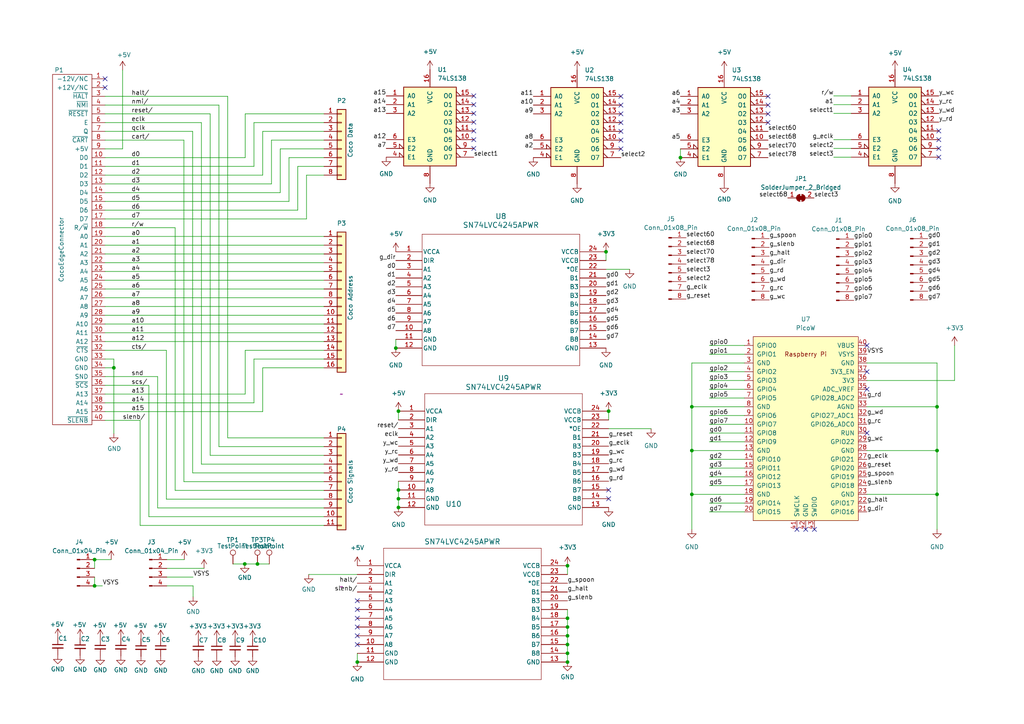
<source format=kicad_sch>
(kicad_sch (version 20230121) (generator eeschema)
  (paper "A4")
  (title_block (title "COPICO Bonobo") (date "2025-01-02") (rev "2.2") (company "github strickyak copico-bonobo") (comment 1 "Henry Strickland") (comment 2 "Thomas Shanks"))
  (lib_symbols
    (symbol "2024-12-31_21-13-00:SN74LVC4245APWR" (pin_names (offset 0.254))
      (property "Reference" "U" (at 30.48 10.16 0))
      (property "Value" "SN74LVC4245APWR" (at 30.48 7.62 0))
      (symbol "SN74LVC4245APWR_0_1"
        (pin power_in line (at 0 0 0) (length 7.62) (name "VCCA") (number "1"))
        (pin bidirectional line (at 0 -22.86 0) (length 7.62) (name "A8") (number "10"))
        (pin power_in line (at 0 -25.4 0) (length 7.62) (name "GND") (number "11"))
        (pin power_in line (at 0 -27.94 0) (length 7.62) (name "GND") (number "12"))
        (pin power_in line (at 60.96 -27.94 180) (length 7.62) (name "GND") (number "13"))
        (pin bidirectional line (at 60.96 -25.4 180) (length 7.62) (name "B8") (number "14"))
        (pin bidirectional line (at 60.96 -22.86 180) (length 7.62) (name "B7") (number "15"))
        (pin bidirectional line (at 60.96 -20.32 180) (length 7.62) (name "B6") (number "16"))
        (pin bidirectional line (at 60.96 -17.78 180) (length 7.62) (name "B5") (number "17"))
        (pin bidirectional line (at 60.96 -15.24 180) (length 7.62) (name "B4") (number "18"))
        (pin bidirectional line (at 60.96 -12.7 180) (length 7.62) (name "B3") (number "19"))
        (pin input line (at 0 -2.54 0) (length 7.62) (name "DIR") (number "2"))
        (pin bidirectional line (at 60.96 -10.16 180) (length 7.62) (name "B3") (number "20"))
        (pin bidirectional line (at 60.96 -7.62 180) (length 7.62) (name "B1") (number "21"))
        (pin input line (at 60.96 -5.08 180) (length 7.62) (name "*OE") (number "22"))
        (pin power_in line (at 60.96 -2.54 180) (length 7.62) (name "VCCB") (number "23"))
        (pin power_in line (at 60.96 0 180) (length 7.62) (name "VCCB") (number "24"))
        (pin bidirectional line (at 0 -5.08 0) (length 7.62) (name "A1") (number "3"))
        (pin bidirectional line (at 0 -7.62 0) (length 7.62) (name "A2") (number "4"))
        (pin bidirectional line (at 0 -10.16 0) (length 7.62) (name "A3") (number "5"))
        (pin bidirectional line (at 0 -12.7 0) (length 7.62) (name "A4") (number "6"))
        (pin bidirectional line (at 0 -15.24 0) (length 7.62) (name "A5") (number "7"))
        (pin bidirectional line (at 0 -17.78 0) (length 7.62) (name "A6") (number "8"))
        (pin bidirectional line (at 0 -20.32 0) (length 7.62) (name "A7") (number "9"))
      )
    )
    (symbol "74xx:74LS138" (pin_names (offset 1.016))
      (property "Reference" "U" (at -7.62 11.43 0))
      (property "Value" "74LS138" (at -7.62 -13.97 0))
      (symbol "74LS138_1_0"
        (pin input line (at -12.7 7.62 0) (length 5.08) (name "A0") (number "1"))
        (pin output output_low (at 12.7 -5.08 180) (length 5.08) (name "O5") (number "10"))
        (pin output output_low (at 12.7 -2.54 180) (length 5.08) (name "O4") (number "11"))
        (pin output output_low (at 12.7 0 180) (length 5.08) (name "O3") (number "12"))
        (pin output output_low (at 12.7 2.54 180) (length 5.08) (name "O2") (number "13"))
        (pin output output_low (at 12.7 5.08 180) (length 5.08) (name "O1") (number "14"))
        (pin output output_low (at 12.7 7.62 180) (length 5.08) (name "O0") (number "15"))
        (pin power_in line (at 0 15.24 270) (length 5.08) (name "VCC") (number "16"))
        (pin input line (at -12.7 5.08 0) (length 5.08) (name "A1") (number "2"))
        (pin input line (at -12.7 2.54 0) (length 5.08) (name "A2") (number "3"))
        (pin input input_low (at -12.7 -10.16 0) (length 5.08) (name "E1") (number "4"))
        (pin input input_low (at -12.7 -7.62 0) (length 5.08) (name "E2") (number "5"))
        (pin input line (at -12.7 -5.08 0) (length 5.08) (name "E3") (number "6"))
        (pin output output_low (at 12.7 -10.16 180) (length 5.08) (name "O7") (number "7"))
        (pin power_in line (at 0 -17.78 90) (length 5.08) (name "GND") (number "8"))
        (pin output output_low (at 12.7 -7.62 180) (length 5.08) (name "O6") (number "9"))
      )
    )
    (symbol "Connector:Conn_01x04_Pin" (pin_names (offset 1.016) hide)
      (property "Reference" "J" (at 0 5.08 0))
      (property "Value" "Conn_01x04_Pin" (at 0 -7.62 0))
      (symbol "Conn_01x04_Pin_1_1"
        (pin passive line (at 5.08 2.54 180) (length 3.81) (name "Pin_1") (number "1"))
        (pin passive line (at 5.08 0 180) (length 3.81) (name "Pin_2") (number "2"))
        (pin passive line (at 5.08 -2.54 180) (length 3.81) (name "Pin_3") (number "3"))
        (pin passive line (at 5.08 -5.08 180) (length 3.81) (name "Pin_4") (number "4"))
      )
    )
    (symbol "Connector:Conn_01x08_Pin" (pin_names (offset 1.016) hide)
      (property "Reference" "J" (at 0 10.16 0))
      (property "Value" "Conn_01x08_Pin" (at 0 -12.7 0))
      (symbol "Conn_01x08_Pin_1_1"
        (pin passive line (at 5.08 7.62 180) (length 3.81) (name "Pin_1") (number "1"))
        (pin passive line (at 5.08 5.08 180) (length 3.81) (name "Pin_2") (number "2"))
        (pin passive line (at 5.08 2.54 180) (length 3.81) (name "Pin_3") (number "3"))
        (pin passive line (at 5.08 0 180) (length 3.81) (name "Pin_4") (number "4"))
        (pin passive line (at 5.08 -2.54 180) (length 3.81) (name "Pin_5") (number "5"))
        (pin passive line (at 5.08 -5.08 180) (length 3.81) (name "Pin_6") (number "6"))
        (pin passive line (at 5.08 -7.62 180) (length 3.81) (name "Pin_7") (number "7"))
        (pin passive line (at 5.08 -10.16 180) (length 3.81) (name "Pin_8") (number "8"))
      )
    )
    (symbol "Connector:TestPoint" (pin_numbers hide) (pin_names (offset 0.762) hide)
      (property "Reference" "TP" (at 0 6.858 0))
      (property "Value" "TestPoint" (at 0 5.08 0))
      (symbol "TestPoint_1_1"
        (pin passive line (at 0 0 90) (length 2.54) (name "1") (number "1"))
      )
    )
    (symbol "Connector_Generic:Conn_01x08" (pin_names (offset 1.016) hide)
      (property "Reference" "J" (at 0 10.16 0))
      (property "Value" "Conn_01x08" (at 0 -12.7 0))
      (symbol "Conn_01x08_1_1"
        (pin passive line (at -5.08 7.62 0) (length 3.81) (name "Pin_1") (number "1"))
        (pin passive line (at -5.08 5.08 0) (length 3.81) (name "Pin_2") (number "2"))
        (pin passive line (at -5.08 2.54 0) (length 3.81) (name "Pin_3") (number "3"))
        (pin passive line (at -5.08 0 0) (length 3.81) (name "Pin_4") (number "4"))
        (pin passive line (at -5.08 -2.54 0) (length 3.81) (name "Pin_5") (number "5"))
        (pin passive line (at -5.08 -5.08 0) (length 3.81) (name "Pin_6") (number "6"))
        (pin passive line (at -5.08 -7.62 0) (length 3.81) (name "Pin_7") (number "7"))
        (pin passive line (at -5.08 -10.16 0) (length 3.81) (name "Pin_8") (number "8"))
      )
    )
    (symbol "Connector_Generic:Conn_01x11" (pin_names (offset 1.016) hide)
      (property "Reference" "J" (at 0 15.24 0))
      (property "Value" "Conn_01x11" (at 0 -15.24 0))
      (symbol "Conn_01x11_1_1"
        (pin passive line (at -5.08 12.7 0) (length 3.81) (name "Pin_1") (number "1"))
        (pin passive line (at -5.08 -10.16 0) (length 3.81) (name "Pin_10") (number "10"))
        (pin passive line (at -5.08 -12.7 0) (length 3.81) (name "Pin_11") (number "11"))
        (pin passive line (at -5.08 10.16 0) (length 3.81) (name "Pin_2") (number "2"))
        (pin passive line (at -5.08 7.62 0) (length 3.81) (name "Pin_3") (number "3"))
        (pin passive line (at -5.08 5.08 0) (length 3.81) (name "Pin_4") (number "4"))
        (pin passive line (at -5.08 2.54 0) (length 3.81) (name "Pin_5") (number "5"))
        (pin passive line (at -5.08 0 0) (length 3.81) (name "Pin_6") (number "6"))
        (pin passive line (at -5.08 -2.54 0) (length 3.81) (name "Pin_7") (number "7"))
        (pin passive line (at -5.08 -5.08 0) (length 3.81) (name "Pin_8") (number "8"))
        (pin passive line (at -5.08 -7.62 0) (length 3.81) (name "Pin_9") (number "9"))
      )
    )
    (symbol "Connector_Generic:Conn_01x16" (pin_names (offset 1.016) hide)
      (property "Reference" "J" (at 0 20.32 0))
      (property "Value" "Conn_01x16" (at 0 -22.86 0))
      (symbol "Conn_01x16_1_1"
        (pin passive line (at -5.08 17.78 0) (length 3.81) (name "Pin_1") (number "1"))
        (pin passive line (at -5.08 -5.08 0) (length 3.81) (name "Pin_10") (number "10"))
        (pin passive line (at -5.08 -7.62 0) (length 3.81) (name "Pin_11") (number "11"))
        (pin passive line (at -5.08 -10.16 0) (length 3.81) (name "Pin_12") (number "12"))
        (pin passive line (at -5.08 -12.7 0) (length 3.81) (name "Pin_13") (number "13"))
        (pin passive line (at -5.08 -15.24 0) (length 3.81) (name "Pin_14") (number "14"))
        (pin passive line (at -5.08 -17.78 0) (length 3.81) (name "Pin_15") (number "15"))
        (pin passive line (at -5.08 -20.32 0) (length 3.81) (name "Pin_16") (number "16"))
        (pin passive line (at -5.08 15.24 0) (length 3.81) (name "Pin_2") (number "2"))
        (pin passive line (at -5.08 12.7 0) (length 3.81) (name "Pin_3") (number "3"))
        (pin passive line (at -5.08 10.16 0) (length 3.81) (name "Pin_4") (number "4"))
        (pin passive line (at -5.08 7.62 0) (length 3.81) (name "Pin_5") (number "5"))
        (pin passive line (at -5.08 5.08 0) (length 3.81) (name "Pin_6") (number "6"))
        (pin passive line (at -5.08 2.54 0) (length 3.81) (name "Pin_7") (number "7"))
        (pin passive line (at -5.08 0 0) (length 3.81) (name "Pin_8") (number "8"))
        (pin passive line (at -5.08 -2.54 0) (length 3.81) (name "Pin_9") (number "9"))
      )
    )
    (symbol "Device:C_Small" (pin_numbers hide) (pin_names (offset 0.254) hide)
      (property "Reference" "C" (at 0.254 1.778 0))
      (property "Value" "C_Small" (at 0.254 -2.032 0))
      (symbol "C_Small_1_1"
        (pin passive line (at 0 2.54 270) (length 2.032) (name "~") (number "1"))
        (pin passive line (at 0 -2.54 90) (length 2.032) (name "~") (number "2"))
      )
    )
    (symbol "Jumper:SolderJumper_2_Bridged" (pin_names (offset 0) hide)
      (property "Reference" "JP" (at 0 2.032 0))
      (property "Value" "SolderJumper_2_Bridged" (at 0 -2.54 0))
      (symbol "SolderJumper_2_Bridged_1_1"
        (pin passive line (at -3.81 0 0) (length 2.54) (name "A") (number "1"))
        (pin passive line (at 3.81 0 180) (length 2.54) (name "B") (number "2"))
      )
    )
    (symbol "dippy:PicoW" (pin_names (offset 1.016))
      (property "Reference" "U" (at -13.97 27.94 0))
      (property "Value" "PicoW" (at 0 19.05 0))
      (symbol "PicoW_0_0"
        (text "Raspberry Pi" (at 0 21.59 0) (effects (font (size 1.27 1.27))))
      )
      (symbol "PicoW_1_1"
        (pin bidirectional line (at -17.78 24.13 0) (length 2.54) (name "GPIO0") (number "1"))
        (pin bidirectional line (at -17.78 1.27 0) (length 2.54) (name "GPIO7") (number "10"))
        (pin bidirectional line (at -17.78 -1.27 0) (length 2.54) (name "GPIO8") (number "11"))
        (pin bidirectional line (at -17.78 -3.81 0) (length 2.54) (name "GPIO9") (number "12"))
        (pin power_in line (at -17.78 -6.35 0) (length 2.54) (name "GND") (number "13"))
        (pin bidirectional line (at -17.78 -8.89 0) (length 2.54) (name "GPIO10") (number "14"))
        (pin bidirectional line (at -17.78 -11.43 0) (length 2.54) (name "GPIO11") (number "15"))
        (pin bidirectional line (at -17.78 -13.97 0) (length 2.54) (name "GPIO12") (number "16"))
        (pin bidirectional line (at -17.78 -16.51 0) (length 2.54) (name "GPIO13") (number "17"))
        (pin power_in line (at -17.78 -19.05 0) (length 2.54) (name "GND") (number "18"))
        (pin bidirectional line (at -17.78 -21.59 0) (length 2.54) (name "GPIO14") (number "19"))
        (pin bidirectional line (at -17.78 21.59 0) (length 2.54) (name "GPIO1") (number "2"))
        (pin bidirectional line (at -17.78 -24.13 0) (length 2.54) (name "GPIO15") (number "20"))
        (pin bidirectional line (at 17.78 -24.13 180) (length 2.54) (name "GPIO16") (number "21"))
        (pin bidirectional line (at 17.78 -21.59 180) (length 2.54) (name "GPIO17") (number "22"))
        (pin power_in line (at 17.78 -19.05 180) (length 2.54) (name "GND") (number "23"))
        (pin bidirectional line (at 17.78 -16.51 180) (length 2.54) (name "GPIO18") (number "24"))
        (pin bidirectional line (at 17.78 -13.97 180) (length 2.54) (name "GPIO19") (number "25"))
        (pin bidirectional line (at 17.78 -11.43 180) (length 2.54) (name "GPIO20") (number "26"))
        (pin bidirectional line (at 17.78 -8.89 180) (length 2.54) (name "GPIO21") (number "27"))
        (pin power_in line (at 17.78 -6.35 180) (length 2.54) (name "GND") (number "28"))
        (pin bidirectional line (at 17.78 -3.81 180) (length 2.54) (name "GPIO22") (number "29"))
        (pin power_in line (at -17.78 19.05 0) (length 2.54) (name "GND") (number "3"))
        (pin input line (at 17.78 -1.27 180) (length 2.54) (name "RUN") (number "30"))
        (pin bidirectional line (at 17.78 1.27 180) (length 2.54) (name "GPIO26_ADC0") (number "31"))
        (pin bidirectional line (at 17.78 3.81 180) (length 2.54) (name "GPIO27_ADC1") (number "32"))
        (pin power_in line (at 17.78 6.35 180) (length 2.54) (name "AGND") (number "33"))
        (pin bidirectional line (at 17.78 8.89 180) (length 2.54) (name "GPIO28_ADC2") (number "34"))
        (pin unspecified line (at 17.78 11.43 180) (length 2.54) (name "ADC_VREF") (number "35"))
        (pin unspecified line (at 17.78 13.97 180) (length 2.54) (name "3V3") (number "36"))
        (pin input line (at 17.78 16.51 180) (length 2.54) (name "3V3_EN") (number "37"))
        (pin bidirectional line (at 17.78 19.05 180) (length 2.54) (name "GND") (number "38"))
        (pin unspecified line (at 17.78 21.59 180) (length 2.54) (name "VSYS") (number "39"))
        (pin bidirectional line (at -17.78 16.51 0) (length 2.54) (name "GPIO2") (number "4"))
        (pin unspecified line (at 17.78 24.13 180) (length 2.54) (name "VBUS") (number "40"))
        (pin input line (at -2.54 -29.21 90) (length 2.54) (name "SWCLK") (number "41"))
        (pin power_in line (at 0 -29.21 90) (length 2.54) (name "GND") (number "42"))
        (pin bidirectional line (at 2.54 -29.21 90) (length 2.54) (name "SWDIO") (number "43"))
        (pin bidirectional line (at -17.78 13.97 0) (length 2.54) (name "GPIO3") (number "5"))
        (pin bidirectional line (at -17.78 11.43 0) (length 2.54) (name "GPIO4") (number "6"))
        (pin bidirectional line (at -17.78 8.89 0) (length 2.54) (name "GPIO5") (number "7"))
        (pin power_in line (at -17.78 6.35 0) (length 2.54) (name "GND") (number "8"))
        (pin bidirectional line (at -17.78 3.81 0) (length 2.54) (name "GPIO6") (number "9"))
      )
    )
    (symbol "power:+3V3" (power) (pin_names (offset 0))
      (property "Value" "+3V3" (at 0 3.556 0))
      (symbol "+3V3_1_1"
        (pin power_in line (at 0 0 90) (length 0) hide (name "+3V3") (number "1"))
      )
    )
    (symbol "power:+5V" (power) (pin_names (offset 0))
      (property "Value" "+5V" (at 0 3.556 0))
      (symbol "+5V_1_1"
        (pin power_in line (at 0 0 90) (length 0) hide (name "+5V") (number "1"))
      )
    )
    (symbol "power:GND" (power) (pin_names (offset 0))
      (property "Value" "GND" (at 0 -3.81 0))
      (symbol "GND_1_1"
        (pin power_in line (at 0 0 270) (length 0) hide (name "GND") (number "1"))
      )
    )
    (symbol "spoon2-rescue:COCO_EDGE_CONNECTOR-00_Custom" (pin_names (offset 1.016))
      (property "Reference" "P" (at -3.175 52.07 0))
      (property "Value" "00_Custom_COCO_EDGE_CONNECTOR" (at -2.54 0 90))
      (symbol "COCO_EDGE_CONNECTOR-00_Custom_1_1"
        (pin power_out line (at 10.16 49.53 180) (length 3.81) (name "-12V/NC") (number "1"))
        (pin passive line (at 10.16 26.67 180) (length 3.81) (name "D0") (number "10"))
        (pin passive line (at 10.16 24.13 180) (length 3.81) (name "D1") (number "11"))
        (pin passive line (at 10.16 21.59 180) (length 3.81) (name "D2") (number "12"))
        (pin passive line (at 10.16 19.05 180) (length 3.81) (name "D3") (number "13"))
        (pin passive line (at 10.16 16.51 180) (length 3.81) (name "D4") (number "14"))
        (pin passive line (at 10.16 13.97 180) (length 3.81) (name "D5") (number "15"))
        (pin passive line (at 10.16 11.43 180) (length 3.81) (name "D6") (number "16"))
        (pin passive line (at 10.16 8.89 180) (length 3.81) (name "D7") (number "17"))
        (pin passive line (at 10.16 6.35 180) (length 3.81) (name "R/~{W}") (number "18"))
        (pin passive line (at 10.16 3.81 180) (length 3.81) (name "A0") (number "19"))
        (pin power_out line (at 10.16 46.99 180) (length 3.81) (name "+12V/NC") (number "2"))
        (pin passive line (at 10.16 1.27 180) (length 3.81) (name "A1") (number "20"))
        (pin passive line (at 10.16 -1.27 180) (length 3.81) (name "A2") (number "21"))
        (pin passive line (at 10.16 -3.81 180) (length 3.81) (name "A3") (number "22"))
        (pin passive line (at 10.16 -6.35 180) (length 3.81) (name "A4") (number "23"))
        (pin passive line (at 10.16 -8.89 180) (length 3.81) (name "A5") (number "24"))
        (pin passive line (at 10.16 -11.43 180) (length 3.81) (name "A6") (number "25"))
        (pin passive line (at 10.16 -13.97 180) (length 3.81) (name "A7") (number "26"))
        (pin passive line (at 10.16 -16.51 180) (length 3.81) (name "A8") (number "27"))
        (pin passive line (at 10.16 -19.05 180) (length 3.81) (name "A9") (number "28"))
        (pin passive line (at 10.16 -21.59 180) (length 3.81) (name "A10") (number "29"))
        (pin passive line (at 10.16 44.45 180) (length 3.81) (name "~{HALT}") (number "3"))
        (pin passive line (at 10.16 -24.13 180) (length 3.81) (name "A11") (number "30"))
        (pin passive line (at 10.16 -26.67 180) (length 3.81) (name "A12") (number "31"))
        (pin passive line (at 10.16 -29.21 180) (length 3.81) (name "~{CTS}") (number "32"))
        (pin power_out line (at 10.16 -31.75 180) (length 3.81) (name "GND") (number "33"))
        (pin power_in line (at 10.16 -34.29 180) (length 3.81) (name "GND") (number "34"))
        (pin passive line (at 10.16 -36.83 180) (length 3.81) (name "SND") (number "35"))
        (pin passive line (at 10.16 -39.37 180) (length 3.81) (name "~{SCS}") (number "36"))
        (pin passive line (at 10.16 -41.91 180) (length 3.81) (name "A13") (number "37"))
        (pin passive line (at 10.16 -44.45 180) (length 3.81) (name "A14") (number "38"))
        (pin passive line (at 10.16 -46.99 180) (length 3.81) (name "A15") (number "39"))
        (pin passive line (at 10.16 41.91 180) (length 3.81) (name "~{NMI}") (number "4"))
        (pin passive line (at 10.16 -49.53 180) (length 3.81) (name "~{SLENB}") (number "40"))
        (pin passive line (at 10.16 39.37 180) (length 3.81) (name "~{RESET}") (number "5"))
        (pin passive line (at 10.16 36.83 180) (length 3.81) (name "E") (number "6"))
        (pin passive line (at 10.16 34.29 180) (length 3.81) (name "Q") (number "7"))
        (pin passive line (at 10.16 31.75 180) (length 3.81) (name "~{CART}") (number "8"))
        (pin power_out line (at 10.16 29.21 180) (length 3.81) (name "+5V") (number "9"))
      )
    )
  )
  (junction (at 70.993 163.576))
  (junction (at 115.57 119.253))
  (junction (at 200.66 143.383))
  (junction (at 103.632 192.024))
  (junction (at 164.592 192.024))
  (junction (at 164.592 184.404))
  (junction (at 271.78 117.983))
  (junction (at 164.592 189.484))
  (junction (at 197.358 45.72))
  (junction (at 164.592 164.084))
  (junction (at 115.57 144.653))
  (junction (at 164.592 186.944))
  (junction (at 27.432 169.926))
  (junction (at 114.808 100.965))
  (junction (at 164.592 179.324))
  (junction (at 176.53 119.253))
  (junction (at 74.676 163.576))
  (junction (at 200.66 130.683))
  (junction (at 33.02 106.68))
  (junction (at 200.66 117.983))
  (junction (at 164.592 181.864))
  (junction (at 27.432 162.306))
  (junction (at 175.768 73.025))
  (junction (at 115.57 142.113))
  (junction (at 271.78 130.683))
  (junction (at 271.78 143.383))
  (junction (at 115.57 147.193))
  (no_connect (at 231.14 153.543))
  (no_connect (at 103.632 176.784))
  (no_connect (at 137.414 43.053))
  (no_connect (at 137.414 37.973))
  (no_connect (at 137.414 40.513))
  (no_connect (at 180.086 43.18))
  (no_connect (at 176.53 142.113))
  (no_connect (at 176.53 144.653))
  (no_connect (at 103.632 184.404))
  (no_connect (at 251.46 125.603))
  (no_connect (at 103.632 181.864))
  (no_connect (at 180.086 33.02))
  (no_connect (at 222.758 27.94))
  (no_connect (at 222.758 33.02))
  (no_connect (at 180.086 38.1))
  (no_connect (at 180.086 35.56))
  (no_connect (at 137.414 30.353))
  (no_connect (at 272.288 45.593))
  (no_connect (at 236.22 153.543))
  (no_connect (at 103.632 174.244))
  (no_connect (at 272.288 40.513))
  (no_connect (at 251.46 100.203))
  (no_connect (at 272.288 37.973))
  (no_connect (at 30.48 22.86))
  (no_connect (at 180.086 27.94))
  (no_connect (at 30.48 25.4))
  (no_connect (at 103.632 186.944))
  (no_connect (at 222.758 35.56))
  (no_connect (at 137.414 35.433))
  (no_connect (at 103.632 179.324))
  (no_connect (at 137.414 32.893))
  (no_connect (at 272.288 43.053))
  (no_connect (at 222.758 30.48))
  (no_connect (at 180.086 40.64))
  (no_connect (at 180.086 30.48))
  (no_connect (at 137.414 27.813))
  (no_connect (at 251.46 107.823))
  (no_connect (at 233.68 153.543))
  (no_connect (at 251.46 112.903))
  (wire (pts (xy 71.12 114.3) (xy 71.12 101.6)))
  (wire (pts (xy 241.808 27.813) (xy 246.888 27.813)))
  (wire (pts (xy 30.48 45.72) (xy 71.12 45.72)))
  (wire (pts (xy 175.768 73.025) (xy 175.768 75.565)))
  (wire (pts (xy 164.592 164.084) (xy 164.592 166.624)))
  (wire (pts (xy 205.74 110.363) (xy 215.9 110.363)))
  (wire (pts (xy 164.592 186.944) (xy 164.592 189.484)))
  (wire (pts (xy 33.02 106.68) (xy 30.48 106.68)))
  (wire (pts (xy 251.46 143.383) (xy 271.78 143.383)))
  (wire (pts (xy 30.48 104.14) (xy 33.02 104.14)))
  (wire (pts (xy 27.432 169.926) (xy 29.718 169.926)))
  (wire (pts (xy 30.48 53.34) (xy 78.74 53.34)))
  (wire (pts (xy 70.993 163.576) (xy 74.676 163.576)))
  (wire (pts (xy 58.42 134.62) (xy 58.42 35.56)))
  (wire (pts (xy 205.74 100.203) (xy 215.9 100.203)))
  (wire (pts (xy 251.46 110.363) (xy 276.86 110.363)))
  (wire (pts (xy 251.46 130.683) (xy 271.78 130.683)))
  (wire (pts (xy 200.66 117.983) (xy 200.66 130.683)))
  (wire (pts (xy 48.26 144.78) (xy 48.26 101.6)))
  (wire (pts (xy 205.74 133.223) (xy 215.9 133.223)))
  (wire (pts (xy 205.74 145.923) (xy 215.9 145.923)))
  (wire (pts (xy 115.57 142.113) (xy 115.57 144.653)))
  (wire (pts (xy 93.98 88.9) (xy 30.48 88.9)))
  (wire (pts (xy 33.02 106.68) (xy 33.02 125.73)))
  (wire (pts (xy 176.53 124.333) (xy 188.849 124.333)))
  (wire (pts (xy 60.96 33.02) (xy 60.96 132.08)))
  (wire (pts (xy 30.48 43.18) (xy 35.56 43.18)))
  (wire (pts (xy 241.808 32.893) (xy 246.888 32.893)))
  (wire (pts (xy 205.74 138.303) (xy 215.9 138.303)))
  (wire (pts (xy 81.28 55.88) (xy 81.28 43.18)))
  (wire (pts (xy 88.9 50.8) (xy 93.98 50.8)))
  (wire (pts (xy 40.64 152.4) (xy 93.98 152.4)))
  (wire (pts (xy 76.2 38.1) (xy 93.98 38.1)))
  (wire (pts (xy 74.676 163.576) (xy 78.105 163.576)))
  (wire (pts (xy 271.78 130.683) (xy 271.78 143.383)))
  (wire (pts (xy 60.96 132.08) (xy 93.98 132.08)))
  (wire (pts (xy 30.48 93.98) (xy 93.98 93.98)))
  (wire (pts (xy 175.768 78.105) (xy 182.626 78.105)))
  (wire (pts (xy 55.88 38.1) (xy 55.88 137.16)))
  (wire (pts (xy 63.5 30.48) (xy 63.5 129.54)))
  (wire (pts (xy 164.592 181.864) (xy 164.592 184.404)))
  (wire (pts (xy 115.57 139.573) (xy 115.57 142.113)))
  (wire (pts (xy 43.18 111.76) (xy 30.48 111.76)))
  (wire (pts (xy 48.26 101.6) (xy 30.48 101.6)))
  (wire (pts (xy 81.28 43.18) (xy 93.98 43.18)))
  (wire (pts (xy 200.66 130.683) (xy 215.9 130.683)))
  (wire (pts (xy 164.592 184.404) (xy 164.592 186.944)))
  (wire (pts (xy 176.53 119.253) (xy 176.53 121.793)))
  (wire (pts (xy 200.66 143.383) (xy 215.9 143.383)))
  (wire (pts (xy 86.36 48.26) (xy 93.98 48.26)))
  (wire (pts (xy 53.34 139.7) (xy 53.34 40.64)))
  (wire (pts (xy 115.57 144.653) (xy 115.57 147.193)))
  (wire (pts (xy 30.48 91.44) (xy 93.98 91.44)))
  (wire (pts (xy 30.48 81.28) (xy 93.98 81.28)))
  (wire (pts (xy 205.74 135.763) (xy 215.9 135.763)))
  (wire (pts (xy 164.592 179.324) (xy 164.592 181.864)))
  (wire (pts (xy 53.34 40.64) (xy 30.48 40.64)))
  (wire (pts (xy 30.48 48.26) (xy 73.66 48.26)))
  (wire (pts (xy 103.632 189.484) (xy 103.632 192.024)))
  (wire (pts (xy 73.66 35.56) (xy 93.98 35.56)))
  (wire (pts (xy 48.387 169.926) (xy 56.007 169.926)))
  (wire (pts (xy 205.74 125.603) (xy 215.9 125.603)))
  (wire (pts (xy 30.48 63.5) (xy 88.9 63.5)))
  (wire (pts (xy 205.74 107.823) (xy 215.9 107.823)))
  (wire (pts (xy 58.42 35.56) (xy 30.48 35.56)))
  (wire (pts (xy 78.74 40.64) (xy 93.98 40.64)))
  (wire (pts (xy 205.74 120.523) (xy 215.9 120.523)))
  (wire (pts (xy 114.808 98.425) (xy 114.808 100.965)))
  (wire (pts (xy 205.74 112.903) (xy 215.9 112.903)))
  (wire (pts (xy 45.72 147.32) (xy 93.98 147.32)))
  (wire (pts (xy 66.04 27.94) (xy 66.04 127)))
  (wire (pts (xy 71.12 45.72) (xy 71.12 33.02)))
  (wire (pts (xy 71.12 101.6) (xy 93.98 101.6)))
  (wire (pts (xy 30.48 33.02) (xy 60.96 33.02)))
  (wire (pts (xy 56.007 169.926) (xy 56.007 173.101)))
  (wire (pts (xy 93.98 76.2) (xy 30.48 76.2)))
  (wire (pts (xy 50.8 66.04) (xy 50.8 142.24)))
  (wire (pts (xy 30.48 55.88) (xy 81.28 55.88)))
  (wire (pts (xy 93.98 78.74) (xy 30.48 78.74)))
  (wire (pts (xy 200.66 117.983) (xy 215.9 117.983)))
  (wire (pts (xy 30.48 114.3) (xy 71.12 114.3)))
  (wire (pts (xy 55.88 137.16) (xy 93.98 137.16)))
  (wire (pts (xy 93.98 134.62) (xy 58.42 134.62)))
  (wire (pts (xy 30.48 30.48) (xy 63.5 30.48)))
  (wire (pts (xy 27.432 167.386) (xy 27.432 169.926)))
  (wire (pts (xy 271.78 117.983) (xy 271.78 130.683)))
  (wire (pts (xy 30.48 27.94) (xy 66.04 27.94)))
  (wire (pts (xy 45.72 109.22) (xy 45.72 147.32)))
  (wire (pts (xy 30.48 86.36) (xy 93.98 86.36)))
  (wire (pts (xy 276.86 100.203) (xy 276.86 110.363)))
  (wire (pts (xy 30.48 121.92) (xy 40.64 121.92)))
  (wire (pts (xy 251.46 105.283) (xy 271.78 105.283)))
  (wire (pts (xy 73.66 104.14) (xy 73.66 116.84)))
  (wire (pts (xy 63.5 129.54) (xy 93.98 129.54)))
  (wire (pts (xy 205.74 123.063) (xy 215.9 123.063)))
  (wire (pts (xy 27.432 162.306) (xy 32.258 162.306)))
  (wire (pts (xy 164.592 189.484) (xy 164.592 192.024)))
  (wire (pts (xy 93.98 96.52) (xy 30.48 96.52)))
  (wire (pts (xy 83.82 45.72) (xy 93.98 45.72)))
  (wire (pts (xy 30.48 66.04) (xy 50.8 66.04)))
  (wire (pts (xy 73.66 104.14) (xy 93.98 104.14)))
  (wire (pts (xy 27.432 162.306) (xy 27.432 164.846)))
  (wire (pts (xy 30.48 99.06) (xy 93.98 99.06)))
  (wire (pts (xy 88.9 63.5) (xy 88.9 50.8)))
  (wire (pts (xy 50.8 142.24) (xy 93.98 142.24)))
  (wire (pts (xy 205.74 102.743) (xy 215.9 102.743)))
  (wire (pts (xy 30.48 73.66) (xy 93.98 73.66)))
  (wire (pts (xy 271.78 105.283) (xy 271.78 117.983)))
  (wire (pts (xy 78.74 53.34) (xy 78.74 40.64)))
  (wire (pts (xy 71.12 33.02) (xy 93.98 33.02)))
  (wire (pts (xy 76.2 50.8) (xy 76.2 38.1)))
  (wire (pts (xy 205.74 148.463) (xy 215.9 148.463)))
  (wire (pts (xy 48.387 167.386) (xy 56.007 167.386)))
  (wire (pts (xy 76.2 106.68) (xy 76.2 119.38)))
  (wire (pts (xy 30.48 38.1) (xy 55.88 38.1)))
  (wire (pts (xy 241.808 45.593) (xy 246.888 45.593)))
  (wire (pts (xy 93.98 144.78) (xy 48.26 144.78)))
  (wire (pts (xy 89.535 166.624) (xy 103.632 166.624)))
  (wire (pts (xy 30.48 58.42) (xy 83.82 58.42)))
  (wire (pts (xy 86.36 60.96) (xy 86.36 48.26)))
  (wire (pts (xy 35.56 43.18) (xy 35.56 20.32)))
  (wire (pts (xy 205.74 115.443) (xy 215.9 115.443)))
  (wire (pts (xy 83.82 58.42) (xy 83.82 45.72)))
  (wire (pts (xy 30.48 50.8) (xy 76.2 50.8)))
  (wire (pts (xy 93.98 83.82) (xy 30.48 83.82)))
  (wire (pts (xy 200.66 105.283) (xy 200.66 117.983)))
  (wire (pts (xy 30.48 109.22) (xy 45.72 109.22)))
  (wire (pts (xy 271.78 143.383) (xy 271.78 153.543)))
  (wire (pts (xy 66.04 127) (xy 93.98 127)))
  (wire (pts (xy 241.808 40.513) (xy 246.888 40.513)))
  (wire (pts (xy 241.808 43.053) (xy 246.888 43.053)))
  (wire (pts (xy 67.564 163.576) (xy 70.993 163.576)))
  (wire (pts (xy 197.358 43.18) (xy 197.358 45.72)))
  (wire (pts (xy 200.66 130.683) (xy 200.66 143.383)))
  (wire (pts (xy 205.74 128.143) (xy 215.9 128.143)))
  (wire (pts (xy 115.57 119.253) (xy 115.57 121.793)))
  (wire (pts (xy 43.18 149.86) (xy 43.18 111.76)))
  (wire (pts (xy 30.48 60.96) (xy 86.36 60.96)))
  (wire (pts (xy 40.64 121.92) (xy 40.64 152.4)))
  (wire (pts (xy 30.48 71.12) (xy 93.98 71.12)))
  (wire (pts (xy 33.02 104.14) (xy 33.02 106.68)))
  (wire (pts (xy 48.387 164.846) (xy 59.182 164.846)))
  (wire (pts (xy 93.98 106.68) (xy 76.2 106.68)))
  (wire (pts (xy 241.808 30.353) (xy 246.888 30.353)))
  (wire (pts (xy 200.66 105.283) (xy 215.9 105.283)))
  (wire (pts (xy 73.66 48.26) (xy 73.66 35.56)))
  (wire (pts (xy 48.387 162.306) (xy 53.467 162.306)))
  (wire (pts (xy 164.592 176.784) (xy 164.592 179.324)))
  (wire (pts (xy 93.98 68.58) (xy 30.48 68.58)))
  (wire (pts (xy 76.2 119.38) (xy 30.48 119.38)))
  (wire (pts (xy 73.66 116.84) (xy 30.48 116.84)))
  (wire (pts (xy 205.74 140.843) (xy 215.9 140.843)))
  (wire (pts (xy 93.98 139.7) (xy 53.34 139.7)))
  (wire (pts (xy 251.46 117.983) (xy 271.78 117.983)))
  (wire (pts (xy 200.66 143.383) (xy 200.66 153.543)))
  (wire (pts (xy 93.98 149.86) (xy 43.18 149.86)))
  (label "gd7" (at 205.74 148.463 0))
  (label "g_wd" (at 223.139 81.915 0))
  (label "d5" (at 114.808 90.805 180))
  (label "a11" (at 38.1 96.52 0))
  (label "gd5" (at 175.768 93.345 0))
  (label "select60" (at 222.758 38.1 0))
  (label "g_rd" (at 176.53 139.573 0))
  (label "select2" (at 180.086 45.72 0))
  (label "gd1" (at 205.74 128.143 0))
  (label "g_rc" (at 176.53 134.493 0))
  (label "a10" (at 38.1 93.98 0))
  (label "d1" (at 114.808 80.645 180))
  (label "g_eclk" (at 176.53 129.413 0))
  (label "a13" (at 38.1 114.3 0))
  (label "select3" (at 241.808 45.593 180))
  (label "a7" (at 38.1 86.36 0))
  (label "a8" (at 38.1 88.9 0))
  (label "g_reset" (at 251.46 135.763 0))
  (label "g_spoon" (at 164.592 169.164 0))
  (label "select70" (at 199.009 74.041 0))
  (label "gd3" (at 269.113 76.835 0))
  (label "reset{slash}" (at 115.57 124.333 180))
  (label "g_slenb" (at 164.592 174.244 0))
  (label "d7" (at 38.1 63.5 0))
  (label "snd" (at 38.1 109.22 0))
  (label "reset{slash}" (at 38.1 33.02 0))
  (label "gd3" (at 175.768 88.265 0))
  (label "g_wc" (at 176.53 131.953 0))
  (label "VSYS" (at 251.46 102.743 0))
  (label "gpio4" (at 205.74 112.903 0))
  (label "eclk" (at 115.57 126.873 180))
  (label "gd0" (at 175.768 80.645 0))
  (label "d5" (at 38.1 58.42 0))
  (label "a4" (at 38.1 78.74 0))
  (label "cart{slash}" (at 38.1 40.64 0))
  (label "gd6" (at 269.113 84.455 0))
  (label "a2" (at 38.1 73.66 0))
  (label "a6" (at 197.358 27.94 180))
  (label "d7" (at 114.808 95.885 180))
  (label "y_wc" (at 272.288 27.813 0))
  (label "select68" (at 228.473 57.404 180))
  (label "halt{slash}" (at 38.1 27.94 0))
  (label "g_wc" (at 251.46 128.143 0))
  (label "gpio6" (at 205.74 120.523 0))
  (label "a1" (at 241.808 30.353 180))
  (label "y_rc" (at 115.57 131.953 180))
  (label "select68" (at 222.758 40.64 0))
  (label "select78" (at 199.009 76.581 0))
  (label "gpio2" (at 247.65 74.422 0))
  (label "g_reset" (at 176.53 126.873 0))
  (label "a15" (at 112.014 27.813 180))
  (label "a5" (at 38.1 81.28 0))
  (label "d6" (at 38.1 60.96 0))
  (label "gd2" (at 205.74 133.223 0))
  (label "g_rd" (at 251.46 115.443 0))
  (label "g_eclk" (at 199.009 84.201 0))
  (label "a10" (at 154.686 30.48 180))
  (label "r{slash}w" (at 38.1 66.04 0))
  (label "gpio7" (at 247.65 87.122 0))
  (label "a14" (at 38.1 116.84 0))
  (label "gd6" (at 175.768 95.885 0))
  (label "select1" (at 137.414 45.593 0))
  (label "a2" (at 154.686 43.18 180))
  (label "d2" (at 38.1 50.8 0))
  (label "select2" (at 199.009 81.661 0))
  (label "halt{slash}" (at 103.632 169.164 180))
  (label "cts{slash}" (at 38.1 101.6 0))
  (label "g_rc" (at 223.139 84.455 0))
  (label "d2" (at 114.808 83.185 180))
  (label "gpio1" (at 205.74 102.743 0))
  (label "a15" (at 38.1 119.38 0))
  (label "g_eclk" (at 251.46 133.223 0))
  (label "y_wd" (at 272.288 32.893 0))
  (label "g_wd" (at 176.53 137.033 0))
  (label "d3" (at 38.1 53.34 0))
  (label "g_rc" (at 251.46 123.063 0))
  (label "a3" (at 197.358 33.02 180))
  (label "select1" (at 241.808 32.893 180))
  (label "select3" (at 236.093 57.404 0))
  (label "select68" (at 199.009 71.501 0))
  (label "gd7" (at 269.113 86.995 0))
  (label "select78" (at 222.758 45.72 0))
  (label "VSYS" (at 29.718 169.926 0))
  (label "a13" (at 112.014 32.893 180))
  (label "g_eclk" (at 241.808 40.513 180))
  (label "d4" (at 114.808 88.265 180))
  (label "scs{slash}" (at 38.1 111.76 0))
  (label "a0" (at 38.1 68.58 0))
  (label "g_halt" (at 164.592 171.704 0))
  (label "gpio5" (at 247.65 82.042 0))
  (label "gd6" (at 205.74 145.923 0))
  (label "gpio1" (at 247.65 71.882 0))
  (label "a6" (at 38.1 83.82 0))
  (label "gd4" (at 269.113 79.375 0))
  (label "y_rd" (at 115.57 137.033 180))
  (label "g_halt" (at 223.139 74.295 0))
  (label "g_wc" (at 223.139 86.995 0))
  (label "a1" (at 38.1 71.12 0))
  (label "gpio3" (at 247.65 76.962 0))
  (label "gd1" (at 269.113 71.755 0))
  (label "a3" (at 38.1 76.2 0))
  (label "a11" (at 154.686 27.94 180))
  (label "gpio0" (at 247.65 69.342 0))
  (label "select70" (at 222.758 43.18 0))
  (label "gd7" (at 175.768 98.425 0))
  (label "gd5" (at 269.113 81.915 0))
  (label "g_halt" (at 251.46 145.923 0))
  (label "gd2" (at 269.113 74.295 0))
  (label "d4" (at 38.1 55.88 0))
  (label "gd0" (at 205.74 125.603 0))
  (label "gpio0" (at 205.74 100.203 0))
  (label "r{slash}w" (at 241.808 27.813 180))
  (label "d0" (at 38.1 45.72 0))
  (label "select3" (at 199.009 79.121 0))
  (label "y_wd" (at 115.57 134.493 180))
  (label "eclk" (at 38.1 35.56 0))
  (label "g_spoon" (at 251.46 138.303 0))
  (label "g_wd" (at 251.46 120.523 0))
  (label "a7" (at 112.014 43.053 180))
  (label "d1" (at 38.1 48.26 0))
  (label "g_spoon" (at 223.139 69.215 0))
  (label "gd3" (at 205.74 135.763 0))
  (label "a9" (at 154.686 33.02 180))
  (label "VSYS" (at 56.007 167.386 0))
  (label "y_wc" (at 115.57 129.413 180))
  (label "nmi{slash}" (at 38.1 30.48 0))
  (label "a9" (at 38.1 91.44 0))
  (label "a5" (at 197.358 40.64 180))
  (label "a12" (at 38.1 99.06 0))
  (label "a14" (at 112.014 30.353 180))
  (label "gpio2" (at 205.74 107.823 0))
  (label "gd4" (at 175.768 90.805 0))
  (label "d6" (at 114.808 93.345 180))
  (label "gd2" (at 175.768 85.725 0))
  (label "gpio5" (at 205.74 115.443 0))
  (label "slenb{slash}" (at 35.56 121.92 0))
  (label "a4" (at 197.358 30.48 180))
  (label "gpio4" (at 247.65 79.502 0))
  (label "a12" (at 112.014 40.513 180))
  (label "gpio3" (at 205.74 110.363 0))
  (label "gd4" (at 205.74 138.303 0))
  (label "d3" (at 114.808 85.725 180))
  (label "d0" (at 114.808 78.105 180))
  (label "g_slenb" (at 223.139 71.755 0))
  (label "a8" (at 154.686 40.64 180))
  (label "y_rc" (at 272.288 30.353 0))
  (label "select60" (at 199.009 68.961 0))
  (label "gpio6" (at 247.65 84.582 0))
  (label "qclk" (at 38.1 38.1 0))
  (label "g_dir" (at 114.808 75.565 180))
  (label "g_dir" (at 223.139 76.835 0))
  (label "g_slenb" (at 251.46 140.843 0))
  (label "select2" (at 241.808 43.053 180))
  (label "gd0" (at 269.113 69.215 0))
  (label "gd1" (at 175.768 83.185 0))
  (label "y_rd" (at 272.288 35.433 0))
  (label "g_rd" (at 223.139 79.375 0))
  (label "g_dir" (at 251.46 148.463 0))
  (label "gd5" (at 205.74 140.843 0))
  (label "gpio7" (at 205.74 123.063 0))
  (label "g_reset" (at 199.009 86.741 0))
  (label "slenb{slash}" (at 103.632 171.704 180))
  (symbol (lib_id "spoon2-rescue:COCO_EDGE_CONNECTOR-00_Custom") (at 20.32 72.39 0) (unit 1)
    (property "Reference" "P1" (at 17.145 20.32 0))
    (property "Value" "CocoEdgeConnector" (at 17.78 72.39 90))
    (property "Footprint" "0Titanium:CocoCardEdgeCocoMIDI" (effects hide))
  )
  (symbol (lib_id "Connector_Generic:Conn_01x16") (at 99.06 86.36 0) (unit 1)
    (property "Reference" "P3" (at 99.06 64.77 0))
    (property "Value" "Coco Address" (at 101.6 86.36 90))
    (property "Footprint" "Housings_DIP:DIP-32_W15.24mm" (effects hide))
    (property "Datasheet" "~" (at 99.06 114.3 0))
  )
  (symbol (lib_id "Connector_Generic:Conn_01x08") (at 99.06 40.64 0) (unit 1)
    (property "Reference" "P2" (at 99.06 29.21 0))
    (property "Value" "Coco Data" (at 101.6 40.64 90))
    (property "Footprint" "Housings_DIP:DIP-16_W7.62mm" (effects hide))
    (property "Datasheet" "~" (at 99.06 71.12 0))
  )
  (symbol (lib_id "Connector_Generic:Conn_01x11") (at 99.06 139.7 0) (unit 1)
    (property "Reference" "P4" (at 99.06 124.46 0))
    (property "Value" "Coco Signals" (at 101.6 139.7 90))
    (property "Footprint" "Housings_DIP:DIP-22_W10.16mm" (effects hide))
    (property "Datasheet" "~" (at 99.06 170.18 0))
  )
  (symbol (lib_id "power:GND") (at 33.02 125.73 0) (unit 1)
    (property "Reference" "#PWR0106" (effects hide))
    (property "Value" "GND" (at 33.147 130.1242 0))
  )
  (symbol (lib_id "power:+5V") (at 35.56 20.32 0) (unit 1)
    (property "Reference" "#PWR0102" (effects hide))
    (property "Value" "+5V" (at 35.941 15.9258 0))
  )
  (symbol (lib_id "2024-12-31_21-13-00:SN74LVC4245APWR") (at 114.808 73.025 0) (unit 1)
    (property "Reference" "U8" (at 145.288 62.738 0) (effects (font (size 1.524 1.524))))
    (property "Value" "SN74LVC4245APWR" (at 145.288 65.278 0) (effects (font (size 1.524 1.524))))
    (property "Footprint" "Package_SO:TSSOP-24_4.4x7.8mm_P0.65mm" (effects hide))
    (property "Datasheet" "SN74LVC4245APWR" (effects hide))
  )
  (symbol (lib_id "74xx:74LS138") (at 210.058 35.56 0) (unit 1)
    (property "Reference" "U3" (at 212.2521 20.32 0) (effects (justify left)))
    (property "Value" "74LS138" (at 212.2521 22.86 0) (effects (justify left)))
    (property "Footprint" "Package_SO:SOIC-16_3.9x9.9mm_P1.27mm" (effects hide))
    (property "Datasheet" "http://www.ti.com/lit/gpn/sn74LS138" (effects hide))
  )
  (symbol (lib_id "power:+3V3") (at 59.182 164.846 0) (unit 1)
    (property "Reference" "#PWR036" (effects hide))
    (property "Value" "+3V3" (at 59.182 159.766 0))
  )
  (symbol (lib_id "Device:C_Small") (at 16.764 187.452 0) (unit 1)
    (property "Reference" "C1" (at 16.891 185.166 0) (effects (justify left)))
    (property "Value" "C_Small" (effects hide))
    (property "Footprint" "Capacitor_SMD:C_0402_1005Metric" (effects hide))
  )
  (symbol (lib_id "power:GND") (at 154.686 45.72 0) (unit 1)
    (property "Reference" "#PWR04" (effects hide))
    (property "Value" "GND" (at 154.686 50.546 0))
  )
  (symbol (lib_id "power:+3V3") (at 62.865 185.42 0) (unit 1)
    (property "Reference" "#PWR038" (effects hide))
    (property "Value" "+3V3" (at 62.738 181.61 0))
  )
  (symbol (lib_id "74xx:74LS138") (at 167.386 35.56 0) (unit 1)
    (property "Reference" "U2" (at 169.5801 20.32 0) (effects (justify left)))
    (property "Value" "74LS138" (at 169.5801 22.86 0) (effects (justify left)))
    (property "Footprint" "Package_SO:SOIC-16_3.9x9.9mm_P1.27mm" (effects hide))
    (property "Datasheet" "http://www.ti.com/lit/gpn/sn74LS138" (effects hide))
  )
  (symbol (lib_id "Device:C_Small") (at 40.894 187.833 0) (unit 1)
    (property "Reference" "C5" (at 41.021 185.547 0) (effects (justify left)))
    (property "Value" "C_Small" (effects hide))
    (property "Footprint" "Capacitor_SMD:C_0402_1005Metric" (effects hide))
  )
  (symbol (lib_id "power:+3V3") (at 175.768 73.025 0) (unit 1)
    (property "Reference" "#PWR044" (effects hide))
    (property "Value" "+3V3" (at 175.768 67.818 0))
  )
  (symbol (lib_id "power:GND") (at 62.865 190.5 0) (unit 1)
    (property "Reference" "#PWR039" (effects hide))
    (property "Value" "GND" (at 62.865 194.564 0))
  )
  (symbol (lib_id "power:+5V") (at 16.764 184.912 0) (unit 1)
    (property "Reference" "#PWR016" (effects hide))
    (property "Value" "+5V" (at 16.51 181.102 0))
  )
  (symbol (lib_id "2024-12-31_21-13-00:SN74LVC4245APWR") (at 115.57 119.253 0) (unit 1)
    (property "Reference" "U9" (at 146.05 109.728 0) (effects (font (size 1.524 1.524))))
    (property "Value" "SN74LVC4245APWR" (at 146.05 112.268 0) (effects (font (size 1.524 1.524))))
    (property "Footprint" "Package_SO:TSSOP-24_4.4x7.8mm_P0.65mm" (effects hide))
    (property "Datasheet" "SN74LVC4245APWR" (effects hide))
  )
  (symbol (lib_id "power:GND") (at 70.993 163.576 0) (unit 1)
    (property "Reference" "#PWR052" (effects hide))
    (property "Value" "GND" (at 70.993 167.513 0))
  )
  (symbol (lib_id "power:+5V") (at 40.894 185.293 0) (unit 1)
    (property "Reference" "#PWR031" (effects hide))
    (property "Value" "+5V" (at 40.64 181.483 0))
  )
  (symbol (lib_id "Connector:Conn_01x08_Pin") (at 264.033 76.835 0) (unit 1)
    (property "Reference" "J6" (at 264.668 63.754 0))
    (property "Value" "Conn_01x08_Pin" (at 264.668 66.294 0))
    (property "Footprint" "Connector_PinHeader_2.54mm:PinHeader_1x08_P2.54mm_Vertical" (effects hide))
  )
  (symbol (lib_id "power:GND") (at 103.632 192.024 0) (unit 1)
    (property "Reference" "#PWR050" (effects hide))
    (property "Value" "GND" (at 103.632 196.977 0))
  )
  (symbol (lib_id "Device:C_Small") (at 68.199 187.96 0) (unit 1)
    (property "Reference" "C9" (at 68.326 185.674 0) (effects (justify left)))
    (property "Value" "C_Small" (effects hide))
    (property "Footprint" "Capacitor_SMD:C_0402_1005Metric" (effects hide))
  )
  (symbol (lib_id "power:GND") (at 40.894 190.373 0) (unit 1)
    (property "Reference" "#PWR032" (effects hide))
    (property "Value" "GND" (at 40.894 194.437 0))
  )
  (symbol (lib_id "power:+5V") (at 124.714 20.193 0) (unit 1)
    (property "Reference" "#PWR03" (effects hide))
    (property "Value" "+5V" (at 124.714 14.986 0))
  )
  (symbol (lib_id "power:+5V") (at 32.258 162.306 0) (unit 1)
    (property "Reference" "#PWR012" (effects hide))
    (property "Value" "+5V" (at 32.258 157.226 0))
  )
  (symbol (lib_id "power:GND") (at 271.78 153.543 0) (unit 1)
    (property "Reference" "#PWR021" (effects hide))
    (property "Value" "GND" (at 271.78 158.623 0))
  )
  (symbol (lib_id "power:+5V") (at 29.083 185.166 0) (unit 1)
    (property "Reference" "#PWR026" (effects hide))
    (property "Value" "+5V" (at 28.829 181.356 0))
  )
  (symbol (lib_id "power:+5V") (at 53.467 162.306 0) (unit 1)
    (property "Reference" "#PWR028" (effects hide))
    (property "Value" "+5V" (at 53.467 157.226 0))
  )
  (symbol (lib_id "power:+5V") (at 210.058 20.32 0) (unit 1)
    (property "Reference" "#PWR08" (effects hide))
    (property "Value" "+5V" (at 210.058 15.113 0))
  )
  (symbol (lib_id "power:+5V") (at 46.609 185.293 0) (unit 1)
    (property "Reference" "#PWR033" (effects hide))
    (property "Value" "+5V" (at 46.355 181.483 0))
  )
  (symbol (lib_id "power:GND") (at 16.764 189.992 0) (unit 1)
    (property "Reference" "#PWR017" (effects hide))
    (property "Value" "GND" (at 16.764 194.056 0))
  )
  (symbol (lib_id "power:GND") (at 124.714 53.213 0) (unit 1)
    (property "Reference" "#PWR02" (effects hide))
    (property "Value" "GND" (at 124.714 58.039 0))
  )
  (symbol (lib_id "power:GND") (at 210.058 53.34 0) (unit 1)
    (property "Reference" "#PWR09" (effects hide))
    (property "Value" "GND" (at 210.058 57.785 0))
  )
  (symbol (lib_id "power:+3V3") (at 68.199 185.42 0) (unit 1)
    (property "Reference" "#PWR040" (effects hide))
    (property "Value" "+3V3" (at 68.072 181.61 0))
  )
  (symbol (lib_id "power:+5V") (at 114.808 73.025 0) (unit 1)
    (property "Reference" "#PWR013" (effects hide))
    (property "Value" "+5V" (at 114.808 67.818 0))
  )
  (symbol (lib_id "power:+5V") (at 35.052 185.166 0) (unit 1)
    (property "Reference" "#PWR029" (effects hide))
    (property "Value" "+5V" (at 34.798 181.356 0))
  )
  (symbol (lib_id "74xx:74LS138") (at 124.714 35.433 0) (unit 1)
    (property "Reference" "U1" (at 126.9081 20.193 0) (effects (justify left)))
    (property "Value" "74LS138" (at 126.9081 22.733 0) (effects (justify left)))
    (property "Footprint" "Package_SO:SOIC-16_3.9x9.9mm_P1.27mm" (effects hide))
    (property "Datasheet" "http://www.ti.com/lit/gpn/sn74LS138" (effects hide))
  )
  (symbol (lib_id "Connector:TestPoint") (at 74.676 163.576 0) (unit 1)
    (property "Reference" "TP3" (at 72.771 156.591 0) (effects (justify left)))
    (property "Value" "TestPoint" (at 70.104 158.369 0) (effects (justify left)))
    (property "Footprint" "TestPoint:TestPoint_Plated_Hole_D4.0mm" (effects hide))
  )
  (symbol (lib_id "power:+3V3") (at 276.86 100.203 0) (unit 1)
    (property "Reference" "#PWR022" (effects hide))
    (property "Value" "+3V3" (at 276.86 95.123 0))
  )
  (symbol (lib_id "power:GND") (at 35.052 190.246 0) (unit 1)
    (property "Reference" "#PWR030" (effects hide))
    (property "Value" "GND" (at 35.052 194.31 0))
  )
  (symbol (lib_id "power:GND") (at 114.808 100.965 0) (unit 1)
    (property "Reference" "#PWR014" (effects hide))
    (property "Value" "GND" (at 114.808 105.918 0))
  )
  (symbol (lib_id "power:+3V3") (at 57.531 185.42 0) (unit 1)
    (property "Reference" "#PWR035" (effects hide))
    (property "Value" "+3V3" (at 57.404 181.61 0))
  )
  (symbol (lib_id "power:GND") (at 112.014 45.593 0) (unit 1)
    (property "Reference" "#PWR01" (effects hide))
    (property "Value" "GND" (at 112.014 50.419 0))
  )
  (symbol (lib_id "Connector:Conn_01x04_Pin") (at 43.307 164.846 0) (unit 1)
    (property "Reference" "J3" (at 43.942 157.226 0))
    (property "Value" "Conn_01x04_Pin" (at 43.942 159.766 0))
    (property "Footprint" "Connector_PinHeader_2.54mm:PinHeader_1x04_P2.54mm_Vertical" (effects hide))
  )
  (symbol (lib_id "Device:C_Small") (at 46.609 187.833 0) (unit 1)
    (property "Reference" "C6" (at 46.736 185.547 0) (effects (justify left)))
    (property "Value" "C_Small" (effects hide))
    (property "Footprint" "Capacitor_SMD:C_0402_1005Metric" (effects hide))
  )
  (symbol (lib_id "power:GND") (at 188.849 124.333 0) (unit 1)
    (property "Reference" "#PWR048" (effects hide))
    (property "Value" "GND" (at 188.849 129.286 0))
  )
  (symbol (lib_id "dippy:PicoW") (at 233.68 124.333 0) (unit 1)
    (property "Reference" "U7" (at 233.68 92.583 0))
    (property "Value" "PicoW" (at 233.68 95.123 0))
    (property "Footprint" "00_RPi:RPi_PicoW_SMD_TH" (effects hide))
  )
  (symbol (lib_id "Device:C_Small") (at 35.052 187.706 0) (unit 1)
    (property "Reference" "C4" (at 35.179 185.42 0) (effects (justify left)))
    (property "Value" "C_Small" (effects hide))
    (property "Footprint" "Capacitor_SMD:C_0402_1005Metric" (effects hide))
  )
  (symbol (lib_id "Device:C_Small") (at 29.083 187.706 0) (unit 1)
    (property "Reference" "C3" (at 29.21 185.42 0) (effects (justify left)))
    (property "Value" "C_Small" (effects hide))
    (property "Footprint" "Capacitor_SMD:C_0402_1005Metric" (effects hide))
  )
  (symbol (lib_id "Jumper:SolderJumper_2_Bridged") (at 232.283 57.404 0) (unit 1)
    (property "Reference" "JP1" (at 232.283 51.816 0))
    (property "Value" "SolderJumper_2_Bridged" (at 232.283 54.356 0))
    (property "Footprint" "Jumper:SolderJumper-2_P1.3mm_Bridged_Pad1.0x1.5mm" (effects hide))
  )
  (symbol (lib_id "power:GND") (at 56.007 173.101 0) (unit 1)
    (property "Reference" "#PWR023" (effects hide))
    (property "Value" "GND" (at 56.007 177.419 0))
  )
  (symbol (lib_id "power:GND") (at 46.609 190.373 0) (unit 1)
    (property "Reference" "#PWR034" (effects hide))
    (property "Value" "GND" (at 46.609 194.437 0))
  )
  (symbol (lib_id "power:GND") (at 176.53 147.193 0) (unit 1)
    (property "Reference" "#PWR046" (effects hide))
    (property "Value" "GND" (at 176.53 152.146 0))
  )
  (symbol (lib_id "Connector:Conn_01x04_Pin") (at 22.352 164.846 0) (unit 1)
    (property "Reference" "J4" (at 22.987 157.226 0))
    (property "Value" "Conn_01x04_Pin" (at 22.987 159.766 0))
    (property "Footprint" "Connector_PinHeader_2.54mm:PinHeader_1x04_P2.54mm_Vertical" (effects hide))
  )
  (symbol (lib_id "power:+3V3") (at 164.592 164.084 0) (unit 1)
    (property "Reference" "#PWR015" (effects hide))
    (property "Value" "+3V3" (at 164.592 158.75 0))
  )
  (symbol (lib_id "power:+5V") (at 103.632 164.084 0) (unit 1)
    (property "Reference" "#PWR051" (effects hide))
    (property "Value" "+5V" (at 103.632 158.877 0))
  )
  (symbol (lib_id "power:GND") (at 200.66 153.543 0) (unit 1)
    (property "Reference" "#PWR020" (effects hide))
    (property "Value" "GND" (at 200.66 158.623 0))
  )
  (symbol (lib_id "power:+5V") (at 115.57 119.253 0) (unit 1)
    (property "Reference" "#PWR049" (effects hide))
    (property "Value" "+5V" (at 115.57 114.046 0))
  )
  (symbol (lib_id "power:GND") (at 197.358 45.72 0) (unit 1)
    (property "Reference" "#PWR07" (effects hide))
    (property "Value" "GND" (at 197.358 50.546 0))
  )
  (symbol (lib_id "power:GND") (at 68.199 190.5 0) (unit 1)
    (property "Reference" "#PWR041" (effects hide))
    (property "Value" "GND" (at 68.199 194.564 0))
  )
  (symbol (lib_id "power:GND") (at 57.531 190.5 0) (unit 1)
    (property "Reference" "#PWR037" (effects hide))
    (property "Value" "GND" (at 57.531 194.564 0))
  )
  (symbol (lib_id "Device:C_Small") (at 62.865 187.96 0) (unit 1)
    (property "Reference" "C8" (at 62.992 185.674 0) (effects (justify left)))
    (property "Value" "C_Small" (effects hide))
    (property "Footprint" "Capacitor_SMD:C_0402_1005Metric" (effects hide))
  )
  (symbol (lib_id "power:GND") (at 167.386 53.34 0) (unit 1)
    (property "Reference" "#PWR06" (effects hide))
    (property "Value" "GND" (at 167.386 58.166 0))
  )
  (symbol (lib_id "Connector:TestPoint") (at 67.564 163.576 0) (unit 1)
    (property "Reference" "TP1" (at 65.659 156.591 0) (effects (justify left)))
    (property "Value" "TestPoint" (at 62.992 158.369 0) (effects (justify left)))
    (property "Footprint" "TestPoint:TestPoint_Plated_Hole_D4.0mm" (effects hide))
  )
  (symbol (lib_id "power:GND") (at 73.279 190.5 0) (unit 1)
    (property "Reference" "#PWR043" (effects hide))
    (property "Value" "GND" (at 73.279 194.564 0))
  )
  (symbol (lib_id "Device:C_Small") (at 23.241 187.579 0) (unit 1)
    (property "Reference" "C2" (at 23.368 185.293 0) (effects (justify left)))
    (property "Value" "C_Small" (effects hide))
    (property "Footprint" "Capacitor_SMD:C_0402_1005Metric" (effects hide))
  )
  (symbol (lib_id "Device:C_Small") (at 73.279 187.96 0) (unit 1)
    (property "Reference" "C10" (at 73.406 185.674 0) (effects (justify left)))
    (property "Value" "C_Small" (effects hide))
    (property "Footprint" "Capacitor_SMD:C_0402_1005Metric" (effects hide))
  )
  (symbol (lib_id "power:GND") (at 164.592 192.024 0) (unit 1)
    (property "Reference" "#PWR054" (effects hide))
    (property "Value" "GND" (at 164.592 196.342 0))
  )
  (symbol (lib_id "Device:C_Small") (at 57.531 187.96 0) (unit 1)
    (property "Reference" "C7" (at 57.658 185.674 0) (effects (justify left)))
    (property "Value" "C_Small" (effects hide))
    (property "Footprint" "Capacitor_SMD:C_0402_1005Metric" (effects hide))
  )
  (symbol (lib_id "power:+5V") (at 23.241 185.039 0) (unit 1)
    (property "Reference" "#PWR018" (effects hide))
    (property "Value" "+5V" (at 22.987 181.229 0))
  )
  (symbol (lib_id "2024-12-31_21-13-00:SN74LVC4245APWR") (at 103.632 164.084 0) (unit 1)
    (property "Reference" "U10" (at 131.572 146.177 0) (effects (font (size 1.524 1.524))))
    (property "Value" "SN74LVC4245APWR" (at 134.112 157.099 0) (effects (font (size 1.524 1.524))))
    (property "Footprint" "Package_SO:TSSOP-24_4.4x7.8mm_P0.65mm" (effects hide))
    (property "Datasheet" "SN74LVC4245APWR" (effects hide))
  )
  (symbol (lib_id "power:+5V") (at 259.588 20.193 0) (unit 1)
    (property "Reference" "#PWR011" (effects hide))
    (property "Value" "+5V" (at 259.588 15.367 0))
  )
  (symbol (lib_id "Connector:TestPoint") (at 78.105 163.576 0) (unit 1)
    (property "Reference" "TP4" (at 76.2 156.591 0) (effects (justify left)))
    (property "Value" "TestPoint" (at 73.533 158.369 0) (effects (justify left)))
    (property "Footprint" "TestPoint:TestPoint_Plated_Hole_D4.0mm" (effects hide))
  )
  (symbol (lib_id "power:GND") (at 23.241 190.119 0) (unit 1)
    (property "Reference" "#PWR019" (effects hide))
    (property "Value" "GND" (at 23.241 194.183 0))
  )
  (symbol (lib_id "power:+5V") (at 167.386 20.32 0) (unit 1)
    (property "Reference" "#PWR05" (effects hide))
    (property "Value" "+5V" (at 167.386 15.113 0))
  )
  (symbol (lib_id "power:GND") (at 175.768 100.965 0) (unit 1)
    (property "Reference" "#PWR024" (effects hide))
    (property "Value" "GND" (at 175.768 105.918 0))
  )
  (symbol (lib_id "power:GND") (at 29.083 190.246 0) (unit 1)
    (property "Reference" "#PWR027" (effects hide))
    (property "Value" "GND" (at 29.083 194.31 0))
  )
  (symbol (lib_id "power:GND") (at 89.535 166.624 0) (unit 1)
    (property "Reference" "#PWR053" (effects hide))
    (property "Value" "GND" (at 89.535 170.942 0))
  )
  (symbol (lib_id "power:+3V3") (at 73.279 185.42 0) (unit 1)
    (property "Reference" "#PWR042" (effects hide))
    (property "Value" "+3V3" (at 73.152 181.61 0))
  )
  (symbol (lib_id "74xx:74LS138") (at 259.588 35.433 0) (unit 1)
    (property "Reference" "U4" (at 261.7821 20.193 0) (effects (justify left)))
    (property "Value" "74LS138" (at 261.7821 22.733 0) (effects (justify left)))
    (property "Footprint" "Package_SO:SOIC-16_3.9x9.9mm_P1.27mm" (effects hide))
    (property "Datasheet" "http://www.ti.com/lit/gpn/sn74LS138" (effects hide))
  )
  (symbol (lib_id "Connector:Conn_01x08_Pin") (at 193.929 76.581 0) (unit 1)
    (property "Reference" "J5" (at 194.564 63.5 0))
    (property "Value" "Conn_01x08_Pin" (at 194.564 66.04 0))
    (property "Footprint" "Connector_PinHeader_2.54mm:PinHeader_1x08_P2.54mm_Vertical" (effects hide))
  )
  (symbol (lib_id "power:GND") (at 115.57 147.193 0) (unit 1)
    (property "Reference" "#PWR045" (effects hide))
    (property "Value" "GND" (at 115.57 152.146 0))
  )
  (symbol (lib_id "power:+3V3") (at 176.53 119.253 0) (unit 1)
    (property "Reference" "#PWR047" (effects hide))
    (property "Value" "+3V3" (at 176.53 114.046 0))
  )
  (symbol (lib_id "power:GND") (at 182.626 78.105 0) (unit 1)
    (property "Reference" "#PWR025" (effects hide))
    (property "Value" "GND" (at 182.626 83.058 0))
  )
  (symbol (lib_id "power:GND") (at 259.588 53.213 0) (unit 1)
    (property "Reference" "#PWR010" (effects hide))
    (property "Value" "GND" (at 259.588 58.293 0))
  )
  (symbol (lib_id "Connector:Conn_01x08_Pin") (at 242.57 76.962 0) (unit 1)
    (property "Reference" "J1" (at 243.205 63.881 0))
    (property "Value" "Conn_01x08_Pin" (at 243.205 66.421 0))
    (property "Footprint" "Connector_PinHeader_2.54mm:PinHeader_1x08_P2.54mm_Vertical" (effects hide))
  )
  (symbol (lib_id "Connector:Conn_01x08_Pin") (at 218.059 76.835 0) (unit 1)
    (property "Reference" "J2" (at 218.694 63.754 0))
    (property "Value" "Conn_01x08_Pin" (at 218.694 66.294 0))
    (property "Footprint" "Connector_PinHeader_2.54mm:PinHeader_1x08_P2.54mm_Vertical" (effects hide))
  )
)
</source>
